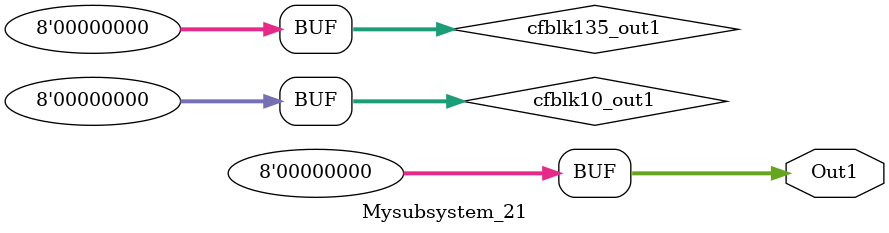
<source format=v>



`timescale 1 ns / 1 ns

module Mysubsystem_21
          (Out1);


  output  [7:0] Out1;  // uint8


  wire [7:0] cfblk135_out1;  // uint8
  wire [7:0] cfblk10_out1;  // uint8


  assign cfblk135_out1 = 8'b00000000;



  assign cfblk10_out1 = (cfblk135_out1 > 8'b00000000 ? 8'b00000001 :
              8'b00000000);



  assign Out1 = cfblk10_out1;

endmodule  // Mysubsystem_21


</source>
